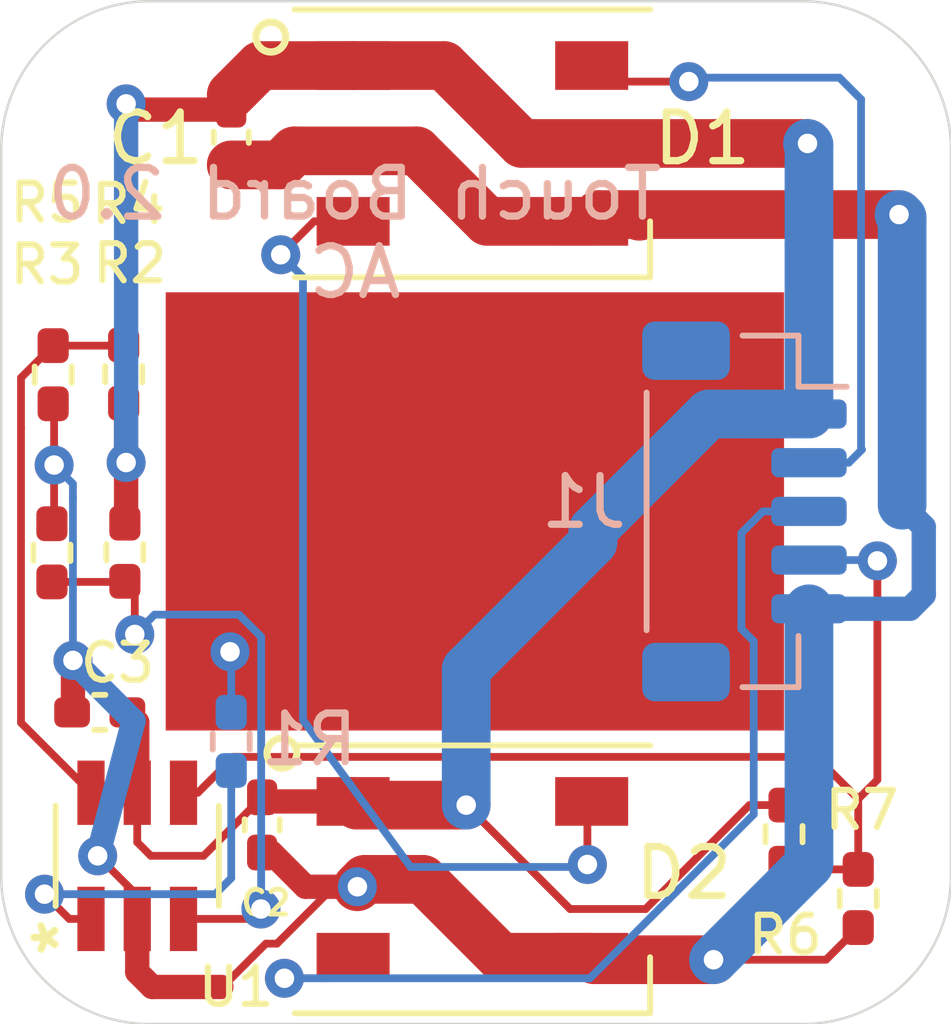
<source format=kicad_pcb>
(kicad_pcb (version 20171130) (host pcbnew 5.1.10-88a1d61d58~90~ubuntu20.04.1)

  (general
    (thickness 1.6)
    (drawings 11)
    (tracks 170)
    (zones 0)
    (modules 15)
    (nets 11)
  )

  (page A4)
  (layers
    (0 F.Cu signal)
    (31 B.Cu signal)
    (32 B.Adhes user)
    (33 F.Adhes user)
    (34 B.Paste user)
    (35 F.Paste user)
    (36 B.SilkS user)
    (37 F.SilkS user)
    (38 B.Mask user)
    (39 F.Mask user)
    (40 Dwgs.User user)
    (41 Cmts.User user)
    (42 Eco1.User user)
    (43 Eco2.User user)
    (44 Edge.Cuts user)
    (45 Margin user)
    (46 B.CrtYd user)
    (47 F.CrtYd user)
    (48 B.Fab user)
    (49 F.Fab user)
  )

  (setup
    (last_trace_width 0.16)
    (user_trace_width 0.16002)
    (user_trace_width 0.5)
    (user_trace_width 1)
    (trace_clearance 0.16)
    (zone_clearance 0.508)
    (zone_45_only no)
    (trace_min 0.16)
    (via_size 0.8)
    (via_drill 0.4)
    (via_min_size 0.4)
    (via_min_drill 0.3)
    (uvia_size 0.3)
    (uvia_drill 0.1)
    (uvias_allowed no)
    (uvia_min_size 0.2)
    (uvia_min_drill 0.1)
    (edge_width 0.05)
    (segment_width 0.2)
    (pcb_text_width 0.3)
    (pcb_text_size 1.5 1.5)
    (mod_edge_width 0.12)
    (mod_text_size 1 1)
    (mod_text_width 0.15)
    (pad_size 12.7 9)
    (pad_drill 0)
    (pad_to_mask_clearance 0.051)
    (solder_mask_min_width 0.25)
    (aux_axis_origin 127.4826 107.1118)
    (grid_origin 127.4826 107.1118)
    (visible_elements 7FFFFF7F)
    (pcbplotparams
      (layerselection 0x010fc_ffffffff)
      (usegerberextensions true)
      (usegerberattributes false)
      (usegerberadvancedattributes false)
      (creategerberjobfile false)
      (excludeedgelayer true)
      (linewidth 0.100000)
      (plotframeref false)
      (viasonmask false)
      (mode 1)
      (useauxorigin false)
      (hpglpennumber 1)
      (hpglpenspeed 20)
      (hpglpendiameter 15.000000)
      (psnegative false)
      (psa4output false)
      (plotreference true)
      (plotvalue true)
      (plotinvisibletext false)
      (padsonsilk false)
      (subtractmaskfromsilk false)
      (outputformat 1)
      (mirror false)
      (drillshape 0)
      (scaleselection 1)
      (outputdirectory "/home/andrew/GitHub/SpaceCenter/Hardware/SpaceCenter_TouchBoard_KiCAD/Fab Files/TouchBoard_Gerbers/"))
  )

  (net 0 "")
  (net 1 +5V)
  (net 2 GND)
  (net 3 DATA_IN)
  (net 4 DATA_OUT)
  (net 5 CAP_TOUCH)
  (net 6 "Net-(D1-Pad2)")
  (net 7 "Net-(J2-Pad1)")
  (net 8 "Net-(R1-Pad1)")
  (net 9 "Net-(R2-Pad1)")
  (net 10 "Net-(R4-Pad1)")

  (net_class Default "This is the default net class."
    (clearance 0.16)
    (trace_width 0.16)
    (via_dia 0.8)
    (via_drill 0.4)
    (uvia_dia 0.3)
    (uvia_drill 0.1)
    (add_net CAP_TOUCH)
    (add_net DATA_IN)
    (add_net DATA_OUT)
    (add_net "Net-(D1-Pad2)")
    (add_net "Net-(J2-Pad1)")
    (add_net "Net-(R1-Pad1)")
    (add_net "Net-(R2-Pad1)")
    (add_net "Net-(R4-Pad1)")
  )

  (net_class Power ""
    (clearance 0.2)
    (trace_width 1)
    (via_dia 0.8)
    (via_drill 0.4)
    (uvia_dia 0.3)
    (uvia_drill 0.1)
    (add_net +5V)
    (add_net GND)
  )

  (module footprints:MTCH101T-I&slash_OT (layer F.Cu) (tedit 612F52FA) (tstamp 612E0348)
    (at 130.2766 103.6574 90)
    (path /612CBEC9)
    (fp_text reference U1 (at -2.6924 2.032 180) (layer F.SilkS)
      (effects (font (size 0.762 0.762) (thickness 0.127)))
    )
    (fp_text value MTCH101T-I_OT (at 0 0 90) (layer F.SilkS) hide
      (effects (font (size 1 1) (thickness 0.15)))
    )
    (fp_line (start -0.9017 -0.696) (end -0.9017 -1.204) (layer F.Fab) (width 0.1))
    (fp_line (start -0.9017 -1.204) (end -1.6002 -1.204) (layer F.Fab) (width 0.1))
    (fp_line (start -1.6002 -1.204) (end -1.6002 -0.696) (layer F.Fab) (width 0.1))
    (fp_line (start -1.6002 -0.696) (end -0.9017 -0.696) (layer F.Fab) (width 0.1))
    (fp_line (start -0.9017 0.254) (end -0.9017 -0.254) (layer F.Fab) (width 0.1))
    (fp_line (start -0.9017 -0.254) (end -1.6002 -0.254) (layer F.Fab) (width 0.1))
    (fp_line (start -1.6002 -0.254) (end -1.6002 0.254) (layer F.Fab) (width 0.1))
    (fp_line (start -1.6002 0.254) (end -0.9017 0.254) (layer F.Fab) (width 0.1))
    (fp_line (start -0.9017 1.204) (end -0.9017 0.696) (layer F.Fab) (width 0.1))
    (fp_line (start -0.9017 0.696) (end -1.6002 0.696) (layer F.Fab) (width 0.1))
    (fp_line (start -1.6002 0.696) (end -1.6002 1.204) (layer F.Fab) (width 0.1))
    (fp_line (start -1.6002 1.204) (end -0.9017 1.204) (layer F.Fab) (width 0.1))
    (fp_line (start 0.9017 0.696) (end 0.9017 1.204) (layer F.Fab) (width 0.1))
    (fp_line (start 0.9017 1.204) (end 1.6002 1.204) (layer F.Fab) (width 0.1))
    (fp_line (start 1.6002 1.204) (end 1.6002 0.696) (layer F.Fab) (width 0.1))
    (fp_line (start 1.6002 0.696) (end 0.9017 0.696) (layer F.Fab) (width 0.1))
    (fp_line (start 0.9017 -0.254) (end 0.9017 0.254) (layer F.Fab) (width 0.1))
    (fp_line (start 0.9017 0.254) (end 1.6002 0.254) (layer F.Fab) (width 0.1))
    (fp_line (start 1.6002 0.254) (end 1.6002 -0.254) (layer F.Fab) (width 0.1))
    (fp_line (start 1.6002 -0.254) (end 0.9017 -0.254) (layer F.Fab) (width 0.1))
    (fp_line (start 0.9017 -1.204) (end 0.9017 -0.696) (layer F.Fab) (width 0.1))
    (fp_line (start 0.9017 -0.696) (end 1.6002 -0.696) (layer F.Fab) (width 0.1))
    (fp_line (start 1.6002 -0.696) (end 1.6002 -1.204) (layer F.Fab) (width 0.1))
    (fp_line (start 1.6002 -1.204) (end 0.9017 -1.204) (layer F.Fab) (width 0.1))
    (fp_line (start -1.0287 1.6764) (end 1.0287 1.6764) (layer F.SilkS) (width 0.12))
    (fp_line (start 1.0287 -1.6764) (end -1.0287 -1.6764) (layer F.SilkS) (width 0.12))
    (fp_line (start -0.9017 1.5494) (end 0.9017 1.5494) (layer F.Fab) (width 0.1))
    (fp_line (start 0.9017 1.5494) (end 0.9017 -1.5494) (layer F.Fab) (width 0.1))
    (fp_line (start 0.9017 -1.5494) (end -0.9017 -1.5494) (layer F.Fab) (width 0.1))
    (fp_line (start -0.9017 -1.5494) (end -0.9017 1.5494) (layer F.Fab) (width 0.1))
    (fp_line (start -2.2098 1.4834) (end -2.2098 -1.4834) (layer F.CrtYd) (width 0.05))
    (fp_line (start -2.2098 -1.4834) (end -1.1557 -1.4834) (layer F.CrtYd) (width 0.05))
    (fp_line (start -1.1557 -1.4834) (end -1.1557 -1.8034) (layer F.CrtYd) (width 0.05))
    (fp_line (start -1.1557 -1.8034) (end 1.1557 -1.8034) (layer F.CrtYd) (width 0.05))
    (fp_line (start 1.1557 -1.8034) (end 1.1557 -1.4834) (layer F.CrtYd) (width 0.05))
    (fp_line (start 1.1557 -1.4834) (end 2.2098 -1.4834) (layer F.CrtYd) (width 0.05))
    (fp_line (start 2.2098 -1.4834) (end 2.2098 1.4834) (layer F.CrtYd) (width 0.05))
    (fp_line (start 2.2098 1.4834) (end 1.1557 1.4834) (layer F.CrtYd) (width 0.05))
    (fp_line (start 1.1557 1.4834) (end 1.1557 1.8034) (layer F.CrtYd) (width 0.05))
    (fp_line (start 1.1557 1.8034) (end -1.1557 1.8034) (layer F.CrtYd) (width 0.05))
    (fp_line (start -1.1557 1.8034) (end -1.1557 1.4834) (layer F.CrtYd) (width 0.05))
    (fp_line (start -1.1557 1.4834) (end -2.2098 1.4834) (layer F.CrtYd) (width 0.05))
    (fp_text user "Copyright 2021 Accelerated Designs. All rights reserved." (at 0 0 90) (layer Cmts.User)
      (effects (font (size 0.127 0.127) (thickness 0.002)))
    )
    (fp_text user * (at -1.6764 -1.5748 90) (layer F.SilkS)
      (effects (font (size 1 1) (thickness 0.15)))
    )
    (fp_text user * (at -0.5207 -1.4732 90) (layer F.Fab)
      (effects (font (size 1 1) (thickness 0.15)))
    )
    (fp_text user 0.037in/0.95mm (at -4.3434 -0.475 90) (layer Dwgs.User) hide
      (effects (font (size 1 1) (thickness 0.15)))
    )
    (fp_text user 0.022in/0.559mm (at 4.3434 -0.95 90) (layer Dwgs.User) hide
      (effects (font (size 1 1) (thickness 0.15)))
    )
    (fp_text user 0.102in/2.591mm (at 0 -3.9624 90) (layer Dwgs.User) hide
      (effects (font (size 1 1) (thickness 0.15)))
    )
    (fp_text user 0.052in/1.321mm (at -1.2954 3.9624 90) (layer Dwgs.User) hide
      (effects (font (size 1 1) (thickness 0.15)))
    )
    (fp_text user * (at -1.6764 -1.5748 90) (layer F.SilkS)
      (effects (font (size 1 1) (thickness 0.15)))
    )
    (fp_text user * (at -0.5207 -1.4732 90) (layer F.Fab)
      (effects (font (size 1 1) (thickness 0.15)))
    )
    (fp_arc (start 0 -1.5494) (end -0.3048 -1.5494) (angle -180) (layer F.Fab) (width 0.1))
    (pad 1 smd rect (at -1.2954 -0.950001 90) (size 1.3208 0.5588) (layers F.Cu F.Paste F.Mask)
      (net 8 "Net-(R1-Pad1)"))
    (pad 2 smd rect (at -1.2954 0 90) (size 1.3208 0.5588) (layers F.Cu F.Paste F.Mask)
      (net 2 GND))
    (pad 3 smd rect (at -1.2954 0.950001 90) (size 1.3208 0.5588) (layers F.Cu F.Paste F.Mask)
      (net 9 "Net-(R2-Pad1)"))
    (pad 4 smd rect (at 1.2954 0.950001 90) (size 1.3208 0.5588) (layers F.Cu F.Paste F.Mask)
      (net 5 CAP_TOUCH))
    (pad 5 smd rect (at 1.2954 0 90) (size 1.3208 0.5588) (layers F.Cu F.Paste F.Mask)
      (net 1 +5V))
    (pad 6 smd rect (at 1.2954 -0.950001 90) (size 1.3208 0.5588) (layers F.Cu F.Paste F.Mask)
      (net 10 "Net-(R4-Pad1)"))
  )

  (module Connector_JST:JST_SH_BM05B-SRSS-TB_1x05-1MP_P1.00mm_Vertical (layer B.Cu) (tedit 608A9280) (tstamp 603E828A)
    (at 142.748 96.5835 270)
    (descr "JST SH series connector, BM05B-SRSS-TB (http://www.jst-mfg.com/product/pdf/eng/eSH.pdf), generated with kicad-footprint-generator")
    (tags "connector JST SH side entry")
    (path /5F2811C8)
    (attr smd)
    (fp_text reference J1 (at -0.1905 3.3 180) (layer B.SilkS)
      (effects (font (size 1 1) (thickness 0.15)) (justify mirror))
    )
    (fp_text value Conn_01x05_Male (at 0 -3.3 270) (layer B.Fab) hide
      (effects (font (size 1 1) (thickness 0.15)) (justify mirror))
    )
    (fp_line (start -3.5 -1) (end 3.5 -1) (layer B.Fab) (width 0.1))
    (fp_line (start -3.61 0.04) (end -3.61 -1.11) (layer B.SilkS) (width 0.12))
    (fp_line (start -3.61 -1.11) (end -2.56 -1.11) (layer B.SilkS) (width 0.12))
    (fp_line (start -2.56 -1.11) (end -2.56 -2.1) (layer B.SilkS) (width 0.12))
    (fp_line (start 3.61 0.04) (end 3.61 -1.11) (layer B.SilkS) (width 0.12))
    (fp_line (start 3.61 -1.11) (end 2.56 -1.11) (layer B.SilkS) (width 0.12))
    (fp_line (start -2.44 2.01) (end 2.44 2.01) (layer B.SilkS) (width 0.12))
    (fp_line (start -3.5 1.9) (end 3.5 1.9) (layer B.Fab) (width 0.1))
    (fp_line (start -3.5 -1) (end -3.5 1.9) (layer B.Fab) (width 0.1))
    (fp_line (start 3.5 -1) (end 3.5 1.9) (layer B.Fab) (width 0.1))
    (fp_line (start -2.15 1.55) (end -2.15 0.95) (layer B.Fab) (width 0.1))
    (fp_line (start -2.15 0.95) (end -1.85 0.95) (layer B.Fab) (width 0.1))
    (fp_line (start -1.85 0.95) (end -1.85 1.55) (layer B.Fab) (width 0.1))
    (fp_line (start -1.85 1.55) (end -2.15 1.55) (layer B.Fab) (width 0.1))
    (fp_line (start -1.15 1.55) (end -1.15 0.95) (layer B.Fab) (width 0.1))
    (fp_line (start -1.15 0.95) (end -0.85 0.95) (layer B.Fab) (width 0.1))
    (fp_line (start -0.85 0.95) (end -0.85 1.55) (layer B.Fab) (width 0.1))
    (fp_line (start -0.85 1.55) (end -1.15 1.55) (layer B.Fab) (width 0.1))
    (fp_line (start -0.15 1.55) (end -0.15 0.95) (layer B.Fab) (width 0.1))
    (fp_line (start -0.15 0.95) (end 0.15 0.95) (layer B.Fab) (width 0.1))
    (fp_line (start 0.15 0.95) (end 0.15 1.55) (layer B.Fab) (width 0.1))
    (fp_line (start 0.15 1.55) (end -0.15 1.55) (layer B.Fab) (width 0.1))
    (fp_line (start 0.85 1.55) (end 0.85 0.95) (layer B.Fab) (width 0.1))
    (fp_line (start 0.85 0.95) (end 1.15 0.95) (layer B.Fab) (width 0.1))
    (fp_line (start 1.15 0.95) (end 1.15 1.55) (layer B.Fab) (width 0.1))
    (fp_line (start 1.15 1.55) (end 0.85 1.55) (layer B.Fab) (width 0.1))
    (fp_line (start 1.85 1.55) (end 1.85 0.95) (layer B.Fab) (width 0.1))
    (fp_line (start 1.85 0.95) (end 2.15 0.95) (layer B.Fab) (width 0.1))
    (fp_line (start 2.15 0.95) (end 2.15 1.55) (layer B.Fab) (width 0.1))
    (fp_line (start 2.15 1.55) (end 1.85 1.55) (layer B.Fab) (width 0.1))
    (fp_line (start -4.4 2.6) (end -4.4 -2.6) (layer B.CrtYd) (width 0.05))
    (fp_line (start -4.4 -2.6) (end 4.4 -2.6) (layer B.CrtYd) (width 0.05))
    (fp_line (start 4.4 -2.6) (end 4.4 2.6) (layer B.CrtYd) (width 0.05))
    (fp_line (start 4.4 2.6) (end -4.4 2.6) (layer B.CrtYd) (width 0.05))
    (fp_line (start -2.5 -1) (end -2 -0.292893) (layer B.Fab) (width 0.1))
    (fp_line (start -2 -0.292893) (end -1.5 -1) (layer B.Fab) (width 0.1))
    (fp_text user %R (at 0 0.25 270) (layer B.Fab)
      (effects (font (size 1 1) (thickness 0.15)) (justify mirror))
    )
    (pad 1 smd roundrect (at -2 -1.325 270) (size 0.6 1.55) (layers B.Cu B.Mask) (roundrect_rratio 0.25)
      (net 1 +5V))
    (pad 2 smd roundrect (at -1 -1.325 270) (size 0.6 1.55) (layers B.Cu B.Mask) (roundrect_rratio 0.25)
      (net 3 DATA_IN))
    (pad 3 smd roundrect (at 0 -1.325 270) (size 0.6 1.55) (layers B.Cu B.Mask) (roundrect_rratio 0.25)
      (net 4 DATA_OUT))
    (pad 4 smd roundrect (at 1 -1.325 270) (size 0.6 1.55) (layers B.Cu B.Mask) (roundrect_rratio 0.25)
      (net 5 CAP_TOUCH))
    (pad 5 smd roundrect (at 2 -1.325 270) (size 0.6 1.55) (layers B.Cu B.Mask) (roundrect_rratio 0.25)
      (net 2 GND))
    (pad MP smd roundrect (at -3.3 1.2 270) (size 1.2 1.8) (layers B.Cu B.Paste B.Mask) (roundrect_rratio 0.2083325))
    (pad MP smd roundrect (at 3.3 1.2 270) (size 1.2 1.8) (layers B.Cu B.Mask) (roundrect_rratio 0.208))
    (model /home/andrew/Downloads/BM05B-SRSS-TB-LF--SN---3DModel-STEP-56544.STEP
      (at (xyz 0 0 0))
      (scale (xyz 1 1 1))
      (rotate (xyz -90 0 0))
    )
  )

  (module Connector_Wire:SolderWirePad_1x01_SMD_5x10mm (layer F.Cu) (tedit 612DFFDE) (tstamp 5F2A2456)
    (at 136.0805 96.647)
    (descr "Wire Pad, Square, SMD Pad,  5mm x 10mm,")
    (tags "MesurementPoint Square SMDPad 5mmx10mm ")
    (path /5F292CA3)
    (attr smd virtual)
    (fp_text reference J2 (at 0 -3.81) (layer F.SilkS) hide
      (effects (font (size 1 1) (thickness 0.15)))
    )
    (fp_text value TOUCH_SENSOR (at 0 6.35) (layer F.Fab) hide
      (effects (font (size 1 1) (thickness 0.15)))
    )
    (fp_text user %R (at 0 0) (layer F.Fab)
      (effects (font (size 1 1) (thickness 0.15)))
    )
    (pad 1 smd rect (at 1.1303 -0.0635) (size 12.7 9) (layers F.Cu F.Mask)
      (net 7 "Net-(J2-Pad1)"))
  )

  (module LED_SMD:LED_WS2812B_PLCC4_5.0x5.0mm_P3.2mm (layer F.Cu) (tedit 5AA4B285) (tstamp 612E0267)
    (at 137.16 89.027)
    (descr https://cdn-shop.adafruit.com/datasheets/WS2812B.pdf)
    (tags "LED RGB NeoPixel")
    (path /6133369C)
    (attr smd)
    (fp_text reference D1 (at 4.7244 -0.1016) (layer F.SilkS)
      (effects (font (size 1 1) (thickness 0.15)))
    )
    (fp_text value WS2812B (at 0 4) (layer F.Fab)
      (effects (font (size 1 1) (thickness 0.15)))
    )
    (fp_line (start 3.45 -2.75) (end -3.45 -2.75) (layer F.CrtYd) (width 0.05))
    (fp_line (start 3.45 2.75) (end 3.45 -2.75) (layer F.CrtYd) (width 0.05))
    (fp_line (start -3.45 2.75) (end 3.45 2.75) (layer F.CrtYd) (width 0.05))
    (fp_line (start -3.45 -2.75) (end -3.45 2.75) (layer F.CrtYd) (width 0.05))
    (fp_line (start 2.5 1.5) (end 1.5 2.5) (layer F.Fab) (width 0.1))
    (fp_line (start -2.5 -2.5) (end -2.5 2.5) (layer F.Fab) (width 0.1))
    (fp_line (start -2.5 2.5) (end 2.5 2.5) (layer F.Fab) (width 0.1))
    (fp_line (start 2.5 2.5) (end 2.5 -2.5) (layer F.Fab) (width 0.1))
    (fp_line (start 2.5 -2.5) (end -2.5 -2.5) (layer F.Fab) (width 0.1))
    (fp_line (start -3.65 -2.75) (end 3.65 -2.75) (layer F.SilkS) (width 0.12))
    (fp_line (start -3.65 2.75) (end 3.65 2.75) (layer F.SilkS) (width 0.12))
    (fp_line (start 3.65 2.75) (end 3.65 1.6) (layer F.SilkS) (width 0.12))
    (fp_circle (center 0 0) (end 0 -2) (layer F.Fab) (width 0.1))
    (fp_text user 1 (at -4.15 -1.6) (layer F.SilkS) hide
      (effects (font (size 1 1) (thickness 0.15)))
    )
    (fp_text user %R (at 0 0) (layer F.Fab)
      (effects (font (size 0.8 0.8) (thickness 0.15)))
    )
    (pad 3 smd rect (at 2.45 1.6) (size 1.5 1) (layers F.Cu F.Paste F.Mask)
      (net 2 GND))
    (pad 4 smd rect (at 2.45 -1.6) (size 1.5 1) (layers F.Cu F.Paste F.Mask)
      (net 3 DATA_IN))
    (pad 2 smd rect (at -2.45 1.6) (size 1.5 1) (layers F.Cu F.Paste F.Mask)
      (net 6 "Net-(D1-Pad2)"))
    (pad 1 smd rect (at -2.45 -1.6) (size 1.5 1) (layers F.Cu F.Paste F.Mask)
      (net 1 +5V))
    (model ${KISYS3DMOD}/LED_SMD.3dshapes/LED_WS2812B_PLCC4_5.0x5.0mm_P3.2mm.wrl
      (at (xyz 0 0 0))
      (scale (xyz 1 1 1))
      (rotate (xyz 0 0 0))
    )
  )

  (module LED_SMD:LED_WS2812B_PLCC4_5.0x5.0mm_P3.2mm (layer F.Cu) (tedit 5AA4B285) (tstamp 612E027D)
    (at 137.16 104.14)
    (descr https://cdn-shop.adafruit.com/datasheets/WS2812B.pdf)
    (tags "LED RGB NeoPixel")
    (path /61338C92)
    (attr smd)
    (fp_text reference D2 (at 4.3434 -0.127) (layer F.SilkS)
      (effects (font (size 1 1) (thickness 0.15)))
    )
    (fp_text value WS2812B (at 0 4) (layer F.Fab) hide
      (effects (font (size 1 1) (thickness 0.15)))
    )
    (fp_circle (center 0 0) (end 0 -2) (layer F.Fab) (width 0.1))
    (fp_line (start 3.65 2.75) (end 3.65 1.6) (layer F.SilkS) (width 0.12))
    (fp_line (start -3.65 2.75) (end 3.65 2.75) (layer F.SilkS) (width 0.12))
    (fp_line (start -3.65 -2.75) (end 3.65 -2.75) (layer F.SilkS) (width 0.12))
    (fp_line (start 2.5 -2.5) (end -2.5 -2.5) (layer F.Fab) (width 0.1))
    (fp_line (start 2.5 2.5) (end 2.5 -2.5) (layer F.Fab) (width 0.1))
    (fp_line (start -2.5 2.5) (end 2.5 2.5) (layer F.Fab) (width 0.1))
    (fp_line (start -2.5 -2.5) (end -2.5 2.5) (layer F.Fab) (width 0.1))
    (fp_line (start 2.5 1.5) (end 1.5 2.5) (layer F.Fab) (width 0.1))
    (fp_line (start -3.45 -2.75) (end -3.45 2.75) (layer F.CrtYd) (width 0.05))
    (fp_line (start -3.45 2.75) (end 3.45 2.75) (layer F.CrtYd) (width 0.05))
    (fp_line (start 3.45 2.75) (end 3.45 -2.75) (layer F.CrtYd) (width 0.05))
    (fp_line (start 3.45 -2.75) (end -3.45 -2.75) (layer F.CrtYd) (width 0.05))
    (fp_text user %R (at 0 0) (layer F.Fab)
      (effects (font (size 0.8 0.8) (thickness 0.15)))
    )
    (fp_text user 1 (at -4.15 -1.6) (layer F.SilkS) hide
      (effects (font (size 1 1) (thickness 0.15)))
    )
    (pad 1 smd rect (at -2.45 -1.6) (size 1.5 1) (layers F.Cu F.Paste F.Mask)
      (net 1 +5V))
    (pad 2 smd rect (at -2.45 1.6) (size 1.5 1) (layers F.Cu F.Paste F.Mask)
      (net 4 DATA_OUT))
    (pad 4 smd rect (at 2.45 -1.6) (size 1.5 1) (layers F.Cu F.Paste F.Mask)
      (net 6 "Net-(D1-Pad2)"))
    (pad 3 smd rect (at 2.45 1.6) (size 1.5 1) (layers F.Cu F.Paste F.Mask)
      (net 2 GND))
    (model ${KISYS3DMOD}/LED_SMD.3dshapes/LED_WS2812B_PLCC4_5.0x5.0mm_P3.2mm.wrl
      (at (xyz 0 0 0))
      (scale (xyz 1 1 1))
      (rotate (xyz 0 0 0))
    )
  )

  (module Capacitor_SMD:C_0402_1005Metric_Pad0.74x0.62mm_HandSolder (layer F.Cu) (tedit 5F6BB22C) (tstamp 612E0687)
    (at 132.207 88.9 270)
    (descr "Capacitor SMD 0402 (1005 Metric), square (rectangular) end terminal, IPC_7351 nominal with elongated pad for handsoldering. (Body size source: IPC-SM-782 page 76, https://www.pcb-3d.com/wordpress/wp-content/uploads/ipc-sm-782a_amendment_1_and_2.pdf), generated with kicad-footprint-generator")
    (tags "capacitor handsolder")
    (path /5F288493)
    (attr smd)
    (fp_text reference C1 (at 0.0254 1.5494 180) (layer F.SilkS)
      (effects (font (size 1 1) (thickness 0.15)))
    )
    (fp_text value 0.1u (at 0 1.16 90) (layer F.Fab) hide
      (effects (font (size 1 1) (thickness 0.15)))
    )
    (fp_line (start -0.5 0.25) (end -0.5 -0.25) (layer F.Fab) (width 0.1))
    (fp_line (start -0.5 -0.25) (end 0.5 -0.25) (layer F.Fab) (width 0.1))
    (fp_line (start 0.5 -0.25) (end 0.5 0.25) (layer F.Fab) (width 0.1))
    (fp_line (start 0.5 0.25) (end -0.5 0.25) (layer F.Fab) (width 0.1))
    (fp_line (start -0.115835 -0.36) (end 0.115835 -0.36) (layer F.SilkS) (width 0.12))
    (fp_line (start -0.115835 0.36) (end 0.115835 0.36) (layer F.SilkS) (width 0.12))
    (fp_line (start -1.08 0.46) (end -1.08 -0.46) (layer F.CrtYd) (width 0.05))
    (fp_line (start -1.08 -0.46) (end 1.08 -0.46) (layer F.CrtYd) (width 0.05))
    (fp_line (start 1.08 -0.46) (end 1.08 0.46) (layer F.CrtYd) (width 0.05))
    (fp_line (start 1.08 0.46) (end -1.08 0.46) (layer F.CrtYd) (width 0.05))
    (fp_text user %R (at 0 0 90) (layer F.Fab)
      (effects (font (size 0.25 0.25) (thickness 0.04)))
    )
    (pad 1 smd roundrect (at -0.5675 0 270) (size 0.735 0.62) (layers F.Cu F.Paste F.Mask) (roundrect_rratio 0.25)
      (net 1 +5V))
    (pad 2 smd roundrect (at 0.5675 0 270) (size 0.735 0.62) (layers F.Cu F.Paste F.Mask) (roundrect_rratio 0.25)
      (net 2 GND))
    (model ${KISYS3DMOD}/Capacitor_SMD.3dshapes/C_0402_1005Metric.wrl
      (at (xyz 0 0 0))
      (scale (xyz 1 1 1))
      (rotate (xyz 0 0 0))
    )
  )

  (module Capacitor_SMD:C_0402_1005Metric_Pad0.74x0.62mm_HandSolder (layer F.Cu) (tedit 5F6BB22C) (tstamp 612E0697)
    (at 132.842 103.0224 270)
    (descr "Capacitor SMD 0402 (1005 Metric), square (rectangular) end terminal, IPC_7351 nominal with elongated pad for handsoldering. (Body size source: IPC-SM-782 page 76, https://www.pcb-3d.com/wordpress/wp-content/uploads/ipc-sm-782a_amendment_1_and_2.pdf), generated with kicad-footprint-generator")
    (tags "capacitor handsolder")
    (path /5F2985E9)
    (attr smd)
    (fp_text reference C2 (at 1.6002 -0.0762 180) (layer F.SilkS)
      (effects (font (size 0.508 0.508) (thickness 0.1016)))
    )
    (fp_text value 0.1u (at 0 1.16 90) (layer F.Fab) hide
      (effects (font (size 1 1) (thickness 0.15)))
    )
    (fp_line (start 1.08 0.46) (end -1.08 0.46) (layer F.CrtYd) (width 0.05))
    (fp_line (start 1.08 -0.46) (end 1.08 0.46) (layer F.CrtYd) (width 0.05))
    (fp_line (start -1.08 -0.46) (end 1.08 -0.46) (layer F.CrtYd) (width 0.05))
    (fp_line (start -1.08 0.46) (end -1.08 -0.46) (layer F.CrtYd) (width 0.05))
    (fp_line (start -0.115835 0.36) (end 0.115835 0.36) (layer F.SilkS) (width 0.12))
    (fp_line (start -0.115835 -0.36) (end 0.115835 -0.36) (layer F.SilkS) (width 0.12))
    (fp_line (start 0.5 0.25) (end -0.5 0.25) (layer F.Fab) (width 0.1))
    (fp_line (start 0.5 -0.25) (end 0.5 0.25) (layer F.Fab) (width 0.1))
    (fp_line (start -0.5 -0.25) (end 0.5 -0.25) (layer F.Fab) (width 0.1))
    (fp_line (start -0.5 0.25) (end -0.5 -0.25) (layer F.Fab) (width 0.1))
    (fp_text user %R (at 0 0 90) (layer F.Fab)
      (effects (font (size 0.25 0.25) (thickness 0.04)))
    )
    (pad 2 smd roundrect (at 0.5675 0 270) (size 0.735 0.62) (layers F.Cu F.Paste F.Mask) (roundrect_rratio 0.25)
      (net 2 GND))
    (pad 1 smd roundrect (at -0.5675 0 270) (size 0.735 0.62) (layers F.Cu F.Paste F.Mask) (roundrect_rratio 0.25)
      (net 1 +5V))
    (model ${KISYS3DMOD}/Capacitor_SMD.3dshapes/C_0402_1005Metric.wrl
      (at (xyz 0 0 0))
      (scale (xyz 1 1 1))
      (rotate (xyz 0 0 0))
    )
  )

  (module Capacitor_SMD:C_0402_1005Metric_Pad0.74x0.62mm_HandSolder (layer F.Cu) (tedit 5F6BB22C) (tstamp 612E06B7)
    (at 129.5059 100.711 180)
    (descr "Capacitor SMD 0402 (1005 Metric), square (rectangular) end terminal, IPC_7351 nominal with elongated pad for handsoldering. (Body size source: IPC-SM-782 page 76, https://www.pcb-3d.com/wordpress/wp-content/uploads/ipc-sm-782a_amendment_1_and_2.pdf), generated with kicad-footprint-generator")
    (tags "capacitor handsolder")
    (path /613077A3)
    (attr smd)
    (fp_text reference C3 (at -0.3643 1.016) (layer F.SilkS)
      (effects (font (size 0.762 0.762) (thickness 0.127)))
    )
    (fp_text value 0.1u (at 0 1.16) (layer F.Fab) hide
      (effects (font (size 1 1) (thickness 0.15)))
    )
    (fp_line (start -0.5 0.25) (end -0.5 -0.25) (layer F.Fab) (width 0.1))
    (fp_line (start -0.5 -0.25) (end 0.5 -0.25) (layer F.Fab) (width 0.1))
    (fp_line (start 0.5 -0.25) (end 0.5 0.25) (layer F.Fab) (width 0.1))
    (fp_line (start 0.5 0.25) (end -0.5 0.25) (layer F.Fab) (width 0.1))
    (fp_line (start -0.115835 -0.36) (end 0.115835 -0.36) (layer F.SilkS) (width 0.12))
    (fp_line (start -0.115835 0.36) (end 0.115835 0.36) (layer F.SilkS) (width 0.12))
    (fp_line (start -1.08 0.46) (end -1.08 -0.46) (layer F.CrtYd) (width 0.05))
    (fp_line (start -1.08 -0.46) (end 1.08 -0.46) (layer F.CrtYd) (width 0.05))
    (fp_line (start 1.08 -0.46) (end 1.08 0.46) (layer F.CrtYd) (width 0.05))
    (fp_line (start 1.08 0.46) (end -1.08 0.46) (layer F.CrtYd) (width 0.05))
    (fp_text user %R (at 0 0) (layer F.Fab)
      (effects (font (size 0.25 0.25) (thickness 0.04)))
    )
    (pad 1 smd roundrect (at -0.5675 0 180) (size 0.735 0.62) (layers F.Cu F.Paste F.Mask) (roundrect_rratio 0.25)
      (net 1 +5V))
    (pad 2 smd roundrect (at 0.5675 0 180) (size 0.735 0.62) (layers F.Cu F.Paste F.Mask) (roundrect_rratio 0.25)
      (net 2 GND))
    (model ${KISYS3DMOD}/Capacitor_SMD.3dshapes/C_0402_1005Metric.wrl
      (at (xyz 0 0 0))
      (scale (xyz 1 1 1))
      (rotate (xyz 0 0 0))
    )
  )

  (module Resistor_SMD:R_0402_1005Metric_Pad0.72x0.64mm_HandSolder (layer B.Cu) (tedit 5F6BB9E0) (tstamp 612E06B8)
    (at 132.207 101.3073 90)
    (descr "Resistor SMD 0402 (1005 Metric), square (rectangular) end terminal, IPC_7351 nominal with elongated pad for handsoldering. (Body size source: IPC-SM-782 page 72, https://www.pcb-3d.com/wordpress/wp-content/uploads/ipc-sm-782a_amendment_1_and_2.pdf), generated with kicad-footprint-generator")
    (tags "resistor handsolder")
    (path /612D805C)
    (attr smd)
    (fp_text reference R1 (at 0.0375 1.6002 180) (layer B.SilkS)
      (effects (font (size 1 1) (thickness 0.15)) (justify mirror))
    )
    (fp_text value 4.7k (at 0 -1.17 90) (layer B.Fab) hide
      (effects (font (size 1 1) (thickness 0.15)) (justify mirror))
    )
    (fp_line (start -0.525 -0.27) (end -0.525 0.27) (layer B.Fab) (width 0.1))
    (fp_line (start -0.525 0.27) (end 0.525 0.27) (layer B.Fab) (width 0.1))
    (fp_line (start 0.525 0.27) (end 0.525 -0.27) (layer B.Fab) (width 0.1))
    (fp_line (start 0.525 -0.27) (end -0.525 -0.27) (layer B.Fab) (width 0.1))
    (fp_line (start -0.167621 0.38) (end 0.167621 0.38) (layer B.SilkS) (width 0.12))
    (fp_line (start -0.167621 -0.38) (end 0.167621 -0.38) (layer B.SilkS) (width 0.12))
    (fp_line (start -1.1 -0.47) (end -1.1 0.47) (layer B.CrtYd) (width 0.05))
    (fp_line (start -1.1 0.47) (end 1.1 0.47) (layer B.CrtYd) (width 0.05))
    (fp_line (start 1.1 0.47) (end 1.1 -0.47) (layer B.CrtYd) (width 0.05))
    (fp_line (start 1.1 -0.47) (end -1.1 -0.47) (layer B.CrtYd) (width 0.05))
    (fp_text user %R (at 0 0 90) (layer B.Fab)
      (effects (font (size 0.26 0.26) (thickness 0.04)) (justify mirror))
    )
    (pad 1 smd roundrect (at -0.5975 0 90) (size 0.715 0.64) (layers B.Cu B.Paste B.Mask) (roundrect_rratio 0.25)
      (net 8 "Net-(R1-Pad1)"))
    (pad 2 smd roundrect (at 0.5975 0 90) (size 0.715 0.64) (layers B.Cu B.Paste B.Mask) (roundrect_rratio 0.25)
      (net 7 "Net-(J2-Pad1)"))
    (model ${KISYS3DMOD}/Resistor_SMD.3dshapes/R_0402_1005Metric.wrl
      (at (xyz 0 0 0))
      (scale (xyz 1 1 1))
      (rotate (xyz 0 0 0))
    )
  )

  (module Resistor_SMD:R_0402_1005Metric_Pad0.72x0.64mm_HandSolder (layer F.Cu) (tedit 5F6BB9E0) (tstamp 612E06C8)
    (at 130.0226 97.4223 90)
    (descr "Resistor SMD 0402 (1005 Metric), square (rectangular) end terminal, IPC_7351 nominal with elongated pad for handsoldering. (Body size source: IPC-SM-782 page 72, https://www.pcb-3d.com/wordpress/wp-content/uploads/ipc-sm-782a_amendment_1_and_2.pdf), generated with kicad-footprint-generator")
    (tags "resistor handsolder")
    (path /612E7F41)
    (attr smd)
    (fp_text reference R2 (at 5.9315 0.1016 180) (layer F.SilkS)
      (effects (font (size 0.762 0.762) (thickness 0.127)))
    )
    (fp_text value 200k (at 0 1.17 90) (layer F.Fab) hide
      (effects (font (size 1 1) (thickness 0.15)))
    )
    (fp_line (start 1.1 0.47) (end -1.1 0.47) (layer F.CrtYd) (width 0.05))
    (fp_line (start 1.1 -0.47) (end 1.1 0.47) (layer F.CrtYd) (width 0.05))
    (fp_line (start -1.1 -0.47) (end 1.1 -0.47) (layer F.CrtYd) (width 0.05))
    (fp_line (start -1.1 0.47) (end -1.1 -0.47) (layer F.CrtYd) (width 0.05))
    (fp_line (start -0.167621 0.38) (end 0.167621 0.38) (layer F.SilkS) (width 0.12))
    (fp_line (start -0.167621 -0.38) (end 0.167621 -0.38) (layer F.SilkS) (width 0.12))
    (fp_line (start 0.525 0.27) (end -0.525 0.27) (layer F.Fab) (width 0.1))
    (fp_line (start 0.525 -0.27) (end 0.525 0.27) (layer F.Fab) (width 0.1))
    (fp_line (start -0.525 -0.27) (end 0.525 -0.27) (layer F.Fab) (width 0.1))
    (fp_line (start -0.525 0.27) (end -0.525 -0.27) (layer F.Fab) (width 0.1))
    (fp_text user %R (at 0 0 90) (layer F.Fab)
      (effects (font (size 0.26 0.26) (thickness 0.04)))
    )
    (pad 2 smd roundrect (at 0.5975 0 90) (size 0.715 0.64) (layers F.Cu F.Paste F.Mask) (roundrect_rratio 0.25)
      (net 1 +5V))
    (pad 1 smd roundrect (at -0.5975 0 90) (size 0.715 0.64) (layers F.Cu F.Paste F.Mask) (roundrect_rratio 0.25)
      (net 9 "Net-(R2-Pad1)"))
    (model ${KISYS3DMOD}/Resistor_SMD.3dshapes/R_0402_1005Metric.wrl
      (at (xyz 0 0 0))
      (scale (xyz 1 1 1))
      (rotate (xyz 0 0 0))
    )
  )

  (module Resistor_SMD:R_0402_1005Metric_Pad0.72x0.64mm_HandSolder (layer F.Cu) (tedit 5F6BB9E0) (tstamp 612E06D8)
    (at 128.524 97.4344 270)
    (descr "Resistor SMD 0402 (1005 Metric), square (rectangular) end terminal, IPC_7351 nominal with elongated pad for handsoldering. (Body size source: IPC-SM-782 page 72, https://www.pcb-3d.com/wordpress/wp-content/uploads/ipc-sm-782a_amendment_1_and_2.pdf), generated with kicad-footprint-generator")
    (tags "resistor handsolder")
    (path /612E78E7)
    (attr smd)
    (fp_text reference R3 (at -5.9182 0.1016 180) (layer F.SilkS)
      (effects (font (size 0.762 0.762) (thickness 0.127)))
    )
    (fp_text value 100k (at 0 1.17 90) (layer F.Fab) hide
      (effects (font (size 1 1) (thickness 0.15)))
    )
    (fp_line (start -0.525 0.27) (end -0.525 -0.27) (layer F.Fab) (width 0.1))
    (fp_line (start -0.525 -0.27) (end 0.525 -0.27) (layer F.Fab) (width 0.1))
    (fp_line (start 0.525 -0.27) (end 0.525 0.27) (layer F.Fab) (width 0.1))
    (fp_line (start 0.525 0.27) (end -0.525 0.27) (layer F.Fab) (width 0.1))
    (fp_line (start -0.167621 -0.38) (end 0.167621 -0.38) (layer F.SilkS) (width 0.12))
    (fp_line (start -0.167621 0.38) (end 0.167621 0.38) (layer F.SilkS) (width 0.12))
    (fp_line (start -1.1 0.47) (end -1.1 -0.47) (layer F.CrtYd) (width 0.05))
    (fp_line (start -1.1 -0.47) (end 1.1 -0.47) (layer F.CrtYd) (width 0.05))
    (fp_line (start 1.1 -0.47) (end 1.1 0.47) (layer F.CrtYd) (width 0.05))
    (fp_line (start 1.1 0.47) (end -1.1 0.47) (layer F.CrtYd) (width 0.05))
    (fp_text user %R (at 0 0 90) (layer F.Fab)
      (effects (font (size 0.26 0.26) (thickness 0.04)))
    )
    (pad 1 smd roundrect (at -0.5975 0 270) (size 0.715 0.64) (layers F.Cu F.Paste F.Mask) (roundrect_rratio 0.25)
      (net 2 GND))
    (pad 2 smd roundrect (at 0.5975 0 270) (size 0.715 0.64) (layers F.Cu F.Paste F.Mask) (roundrect_rratio 0.25)
      (net 9 "Net-(R2-Pad1)"))
    (model ${KISYS3DMOD}/Resistor_SMD.3dshapes/R_0402_1005Metric.wrl
      (at (xyz 0 0 0))
      (scale (xyz 1 1 1))
      (rotate (xyz 0 0 0))
    )
  )

  (module Resistor_SMD:R_0402_1005Metric_Pad0.72x0.64mm_HandSolder (layer F.Cu) (tedit 5F6BB9E0) (tstamp 612E06E8)
    (at 129.9972 93.7647 270)
    (descr "Resistor SMD 0402 (1005 Metric), square (rectangular) end terminal, IPC_7351 nominal with elongated pad for handsoldering. (Body size source: IPC-SM-782 page 72, https://www.pcb-3d.com/wordpress/wp-content/uploads/ipc-sm-782a_amendment_1_and_2.pdf), generated with kicad-footprint-generator")
    (tags "resistor handsolder")
    (path /6130C79C)
    (attr smd)
    (fp_text reference R4 (at -3.4931 -0.1016 180) (layer F.SilkS)
      (effects (font (size 0.762 0.762) (thickness 0.127)))
    )
    (fp_text value 4.7k (at 0 1.17 90) (layer F.Fab) hide
      (effects (font (size 1 1) (thickness 0.15)))
    )
    (fp_line (start -0.525 0.27) (end -0.525 -0.27) (layer F.Fab) (width 0.1))
    (fp_line (start -0.525 -0.27) (end 0.525 -0.27) (layer F.Fab) (width 0.1))
    (fp_line (start 0.525 -0.27) (end 0.525 0.27) (layer F.Fab) (width 0.1))
    (fp_line (start 0.525 0.27) (end -0.525 0.27) (layer F.Fab) (width 0.1))
    (fp_line (start -0.167621 -0.38) (end 0.167621 -0.38) (layer F.SilkS) (width 0.12))
    (fp_line (start -0.167621 0.38) (end 0.167621 0.38) (layer F.SilkS) (width 0.12))
    (fp_line (start -1.1 0.47) (end -1.1 -0.47) (layer F.CrtYd) (width 0.05))
    (fp_line (start -1.1 -0.47) (end 1.1 -0.47) (layer F.CrtYd) (width 0.05))
    (fp_line (start 1.1 -0.47) (end 1.1 0.47) (layer F.CrtYd) (width 0.05))
    (fp_line (start 1.1 0.47) (end -1.1 0.47) (layer F.CrtYd) (width 0.05))
    (fp_text user %R (at 0 0 90) (layer F.Fab)
      (effects (font (size 0.26 0.26) (thickness 0.04)))
    )
    (pad 1 smd roundrect (at -0.5975 0 270) (size 0.715 0.64) (layers F.Cu F.Paste F.Mask) (roundrect_rratio 0.25)
      (net 10 "Net-(R4-Pad1)"))
    (pad 2 smd roundrect (at 0.5975 0 270) (size 0.715 0.64) (layers F.Cu F.Paste F.Mask) (roundrect_rratio 0.25)
      (net 1 +5V))
    (model ${KISYS3DMOD}/Resistor_SMD.3dshapes/R_0402_1005Metric.wrl
      (at (xyz 0 0 0))
      (scale (xyz 1 1 1))
      (rotate (xyz 0 0 0))
    )
  )

  (module Resistor_SMD:R_0402_1005Metric_Pad0.72x0.64mm_HandSolder (layer F.Cu) (tedit 5F6BB9E0) (tstamp 612E06F8)
    (at 128.5494 93.7768 90)
    (descr "Resistor SMD 0402 (1005 Metric), square (rectangular) end terminal, IPC_7351 nominal with elongated pad for handsoldering. (Body size source: IPC-SM-782 page 72, https://www.pcb-3d.com/wordpress/wp-content/uploads/ipc-sm-782a_amendment_1_and_2.pdf), generated with kicad-footprint-generator")
    (tags "resistor handsolder")
    (path /6131D43E)
    (attr smd)
    (fp_text reference R5 (at 3.5306 -0.127 180) (layer F.SilkS)
      (effects (font (size 0.762 0.762) (thickness 0.127)))
    )
    (fp_text value DNP (at 0 1.17 90) (layer F.Fab) hide
      (effects (font (size 1 1) (thickness 0.15)))
    )
    (fp_line (start 1.1 0.47) (end -1.1 0.47) (layer F.CrtYd) (width 0.05))
    (fp_line (start 1.1 -0.47) (end 1.1 0.47) (layer F.CrtYd) (width 0.05))
    (fp_line (start -1.1 -0.47) (end 1.1 -0.47) (layer F.CrtYd) (width 0.05))
    (fp_line (start -1.1 0.47) (end -1.1 -0.47) (layer F.CrtYd) (width 0.05))
    (fp_line (start -0.167621 0.38) (end 0.167621 0.38) (layer F.SilkS) (width 0.12))
    (fp_line (start -0.167621 -0.38) (end 0.167621 -0.38) (layer F.SilkS) (width 0.12))
    (fp_line (start 0.525 0.27) (end -0.525 0.27) (layer F.Fab) (width 0.1))
    (fp_line (start 0.525 -0.27) (end 0.525 0.27) (layer F.Fab) (width 0.1))
    (fp_line (start -0.525 -0.27) (end 0.525 -0.27) (layer F.Fab) (width 0.1))
    (fp_line (start -0.525 0.27) (end -0.525 -0.27) (layer F.Fab) (width 0.1))
    (fp_text user %R (at 0 0 90) (layer F.Fab)
      (effects (font (size 0.26 0.26) (thickness 0.04)))
    )
    (pad 2 smd roundrect (at 0.5975 0 90) (size 0.715 0.64) (layers F.Cu F.Paste F.Mask) (roundrect_rratio 0.25)
      (net 10 "Net-(R4-Pad1)"))
    (pad 1 smd roundrect (at -0.5975 0 90) (size 0.715 0.64) (layers F.Cu F.Paste F.Mask) (roundrect_rratio 0.25)
      (net 2 GND))
    (model ${KISYS3DMOD}/Resistor_SMD.3dshapes/R_0402_1005Metric.wrl
      (at (xyz 0 0 0))
      (scale (xyz 1 1 1))
      (rotate (xyz 0 0 0))
    )
  )

  (module Resistor_SMD:R_0402_1005Metric_Pad0.72x0.64mm_HandSolder (layer F.Cu) (tedit 5F6BB9E0) (tstamp 612E0708)
    (at 143.5608 103.2123 90)
    (descr "Resistor SMD 0402 (1005 Metric), square (rectangular) end terminal, IPC_7351 nominal with elongated pad for handsoldering. (Body size source: IPC-SM-782 page 72, https://www.pcb-3d.com/wordpress/wp-content/uploads/ipc-sm-782a_amendment_1_and_2.pdf), generated with kicad-footprint-generator")
    (tags "resistor handsolder")
    (path /612E1E9F)
    (attr smd)
    (fp_text reference R6 (at -2.0707 0.0254 180) (layer F.SilkS)
      (effects (font (size 0.762 0.762) (thickness 0.127)))
    )
    (fp_text value 4.7k (at 0 1.17 90) (layer F.Fab) hide
      (effects (font (size 1 1) (thickness 0.15)))
    )
    (fp_line (start 1.1 0.47) (end -1.1 0.47) (layer F.CrtYd) (width 0.05))
    (fp_line (start 1.1 -0.47) (end 1.1 0.47) (layer F.CrtYd) (width 0.05))
    (fp_line (start -1.1 -0.47) (end 1.1 -0.47) (layer F.CrtYd) (width 0.05))
    (fp_line (start -1.1 0.47) (end -1.1 -0.47) (layer F.CrtYd) (width 0.05))
    (fp_line (start -0.167621 0.38) (end 0.167621 0.38) (layer F.SilkS) (width 0.12))
    (fp_line (start -0.167621 -0.38) (end 0.167621 -0.38) (layer F.SilkS) (width 0.12))
    (fp_line (start 0.525 0.27) (end -0.525 0.27) (layer F.Fab) (width 0.1))
    (fp_line (start 0.525 -0.27) (end 0.525 0.27) (layer F.Fab) (width 0.1))
    (fp_line (start -0.525 -0.27) (end 0.525 -0.27) (layer F.Fab) (width 0.1))
    (fp_line (start -0.525 0.27) (end -0.525 -0.27) (layer F.Fab) (width 0.1))
    (fp_text user %R (at 0 0 90) (layer F.Fab)
      (effects (font (size 0.26 0.26) (thickness 0.04)))
    )
    (pad 2 smd roundrect (at 0.5975 0 90) (size 0.715 0.64) (layers F.Cu F.Paste F.Mask) (roundrect_rratio 0.25)
      (net 1 +5V))
    (pad 1 smd roundrect (at -0.5975 0 90) (size 0.715 0.64) (layers F.Cu F.Paste F.Mask) (roundrect_rratio 0.25)
      (net 5 CAP_TOUCH))
    (model ${KISYS3DMOD}/Resistor_SMD.3dshapes/R_0402_1005Metric.wrl
      (at (xyz 0 0 0))
      (scale (xyz 1 1 1))
      (rotate (xyz 0 0 0))
    )
  )

  (module Resistor_SMD:R_0402_1005Metric_Pad0.72x0.64mm_HandSolder (layer F.Cu) (tedit 5F6BB9E0) (tstamp 612E0718)
    (at 145.0848 104.5331 90)
    (descr "Resistor SMD 0402 (1005 Metric), square (rectangular) end terminal, IPC_7351 nominal with elongated pad for handsoldering. (Body size source: IPC-SM-782 page 72, https://www.pcb-3d.com/wordpress/wp-content/uploads/ipc-sm-782a_amendment_1_and_2.pdf), generated with kicad-footprint-generator")
    (tags "resistor handsolder")
    (path /6132096B)
    (attr smd)
    (fp_text reference R7 (at 1.8155 0.0762 180) (layer F.SilkS)
      (effects (font (size 0.762 0.762) (thickness 0.127)))
    )
    (fp_text value 6.8k (at 0 1.17 90) (layer F.Fab) hide
      (effects (font (size 1 1) (thickness 0.15)))
    )
    (fp_line (start -0.525 0.27) (end -0.525 -0.27) (layer F.Fab) (width 0.1))
    (fp_line (start -0.525 -0.27) (end 0.525 -0.27) (layer F.Fab) (width 0.1))
    (fp_line (start 0.525 -0.27) (end 0.525 0.27) (layer F.Fab) (width 0.1))
    (fp_line (start 0.525 0.27) (end -0.525 0.27) (layer F.Fab) (width 0.1))
    (fp_line (start -0.167621 -0.38) (end 0.167621 -0.38) (layer F.SilkS) (width 0.12))
    (fp_line (start -0.167621 0.38) (end 0.167621 0.38) (layer F.SilkS) (width 0.12))
    (fp_line (start -1.1 0.47) (end -1.1 -0.47) (layer F.CrtYd) (width 0.05))
    (fp_line (start -1.1 -0.47) (end 1.1 -0.47) (layer F.CrtYd) (width 0.05))
    (fp_line (start 1.1 -0.47) (end 1.1 0.47) (layer F.CrtYd) (width 0.05))
    (fp_line (start 1.1 0.47) (end -1.1 0.47) (layer F.CrtYd) (width 0.05))
    (fp_text user %R (at 0 0 90) (layer F.Fab)
      (effects (font (size 0.26 0.26) (thickness 0.04)))
    )
    (pad 1 smd roundrect (at -0.5975 0 90) (size 0.715 0.64) (layers F.Cu F.Paste F.Mask) (roundrect_rratio 0.25)
      (net 2 GND))
    (pad 2 smd roundrect (at 0.5975 0 90) (size 0.715 0.64) (layers F.Cu F.Paste F.Mask) (roundrect_rratio 0.25)
      (net 5 CAP_TOUCH))
    (model ${KISYS3DMOD}/Resistor_SMD.3dshapes/R_0402_1005Metric.wrl
      (at (xyz 0 0 0))
      (scale (xyz 1 1 1))
      (rotate (xyz 0 0 0))
    )
  )

  (gr_circle (center 133.0198 86.8426) (end 133.325657 86.8426) (layer F.SilkS) (width 0.15) (tstamp 612F56A1))
  (gr_circle (center 133.2484 101.5492) (end 133.554257 101.5492) (layer F.SilkS) (width 0.15))
  (gr_line (start 143.9418 86.106) (end 130.5306 86.106) (layer Edge.Cuts) (width 0.05) (tstamp 608A8DCA))
  (gr_line (start 146.9898 104.0638) (end 146.9898 89.154) (layer Edge.Cuts) (width 0.05) (tstamp 608A8DC2))
  (gr_line (start 130.5306 107.1118) (end 143.9418 107.1118) (layer Edge.Cuts) (width 0.05) (tstamp 608A8DB7))
  (gr_line (start 127.4826 89.154) (end 127.4826 104.0638) (layer Edge.Cuts) (width 0.05) (tstamp 608A8DAA))
  (gr_arc (start 143.9418 104.0638) (end 143.9418 107.1118) (angle -90) (layer Edge.Cuts) (width 0.05))
  (gr_arc (start 130.5306 104.0638) (end 127.4826 104.0638) (angle -90) (layer Edge.Cuts) (width 0.05))
  (gr_arc (start 130.5306 89.154) (end 130.5306 86.106) (angle -90) (layer Edge.Cuts) (width 0.05))
  (gr_arc (start 143.9418 89.154) (end 146.9898 89.154) (angle -90) (layer Edge.Cuts) (width 0.05))
  (gr_text "Touch Board 2.0\nAC" (at 134.747 90.8685) (layer B.SilkS)
    (effects (font (size 1 1) (thickness 0.15)) (justify mirror))
  )

  (segment (start 144.073 94.5835) (end 142.6525 94.5835) (width 1) (layer B.Cu) (net 1) (status 10))
  (segment (start 142.6525 94.5835) (end 142.0175 94.5835) (width 1) (layer B.Cu) (net 1))
  (segment (start 142.0175 94.5835) (end 139.6365 96.9645) (width 1) (layer B.Cu) (net 1))
  (segment (start 139.6365 96.9645) (end 139.6365 97.2185) (width 1) (layer B.Cu) (net 1))
  (via (at 137.033 102.616) (size 0.8) (drill 0.4) (layers F.Cu B.Cu) (net 1))
  (segment (start 137.033 99.822) (end 137.033 102.616) (width 1) (layer B.Cu) (net 1))
  (segment (start 139.6365 97.2185) (end 137.033 99.822) (width 1) (layer B.Cu) (net 1))
  (segment (start 134.786 102.616) (end 134.71 102.54) (width 1) (layer F.Cu) (net 1) (status 30))
  (segment (start 137.033 102.616) (end 134.786 102.616) (width 1) (layer F.Cu) (net 1) (status 20))
  (segment (start 144.073 94.5835) (end 144.073 91.114) (width 1) (layer B.Cu) (net 1) (status 10))
  (segment (start 132.805 87.427) (end 132.207 88.025) (width 1) (layer F.Cu) (net 1) (status 20))
  (via (at 144.0434 89.027) (size 0.8) (drill 0.4) (layers F.Cu B.Cu) (net 1))
  (segment (start 144.073 89.0566) (end 144.0434 89.027) (width 1) (layer B.Cu) (net 1))
  (segment (start 144.073 91.114) (end 144.073 89.0566) (width 1) (layer B.Cu) (net 1))
  (segment (start 136.576 87.427) (end 134.71 87.427) (width 1) (layer F.Cu) (net 1) (status 20))
  (segment (start 138.176 89.027) (end 136.576 87.427) (width 1) (layer F.Cu) (net 1))
  (segment (start 144.0434 89.027) (end 138.176 89.027) (width 1) (layer F.Cu) (net 1))
  (segment (start 132.805 87.427) (end 134.71 87.427) (width 1) (layer F.Cu) (net 1) (status 20))
  (segment (start 132.9271 102.54) (end 132.842 102.4549) (width 0.5) (layer F.Cu) (net 1) (status 30))
  (segment (start 134.71 102.54) (end 132.9271 102.54) (width 0.5) (layer F.Cu) (net 1) (status 30))
  (segment (start 130.2766 100.9142) (end 130.0734 100.711) (width 0.5) (layer F.Cu) (net 1) (status 30))
  (segment (start 130.2766 102.362) (end 130.2766 100.9142) (width 0.5) (layer F.Cu) (net 1) (status 30))
  (via (at 130.048 88.2142) (size 0.8) (drill 0.4) (layers F.Cu B.Cu) (net 1))
  (segment (start 130.1663 88.3325) (end 130.048 88.2142) (width 0.5) (layer F.Cu) (net 1))
  (segment (start 132.207 88.3325) (end 130.1663 88.3325) (width 0.5) (layer F.Cu) (net 1) (status 10))
  (via (at 130.048 95.5802) (size 0.8) (drill 0.4) (layers F.Cu B.Cu) (net 1))
  (segment (start 130.048 88.2142) (end 130.048 95.5802) (width 0.5) (layer B.Cu) (net 1))
  (segment (start 130.048 94.413) (end 129.9972 94.3622) (width 0.5) (layer F.Cu) (net 1) (status 30))
  (segment (start 130.048 95.5802) (end 130.048 94.413) (width 0.5) (layer F.Cu) (net 1) (status 20))
  (segment (start 130.048 96.7994) (end 130.0226 96.8248) (width 0.5) (layer F.Cu) (net 1) (status 30))
  (segment (start 130.048 95.5802) (end 130.048 96.7994) (width 0.5) (layer F.Cu) (net 1) (status 20))
  (segment (start 140.716 104.7496) (end 142.8508 102.6148) (width 0.16002) (layer F.Cu) (net 1))
  (segment (start 142.8508 102.6148) (end 143.5608 102.6148) (width 0.16002) (layer F.Cu) (net 1) (status 20))
  (segment (start 139.1666 104.7496) (end 140.716 104.7496) (width 0.16002) (layer F.Cu) (net 1))
  (segment (start 137.033 102.616) (end 139.1666 104.7496) (width 0.16002) (layer F.Cu) (net 1))
  (segment (start 132.842 102.4549) (end 131.6395 103.6574) (width 0.16002) (layer F.Cu) (net 1) (status 10))
  (segment (start 131.6395 103.6574) (end 130.556 103.6574) (width 0.16002) (layer F.Cu) (net 1))
  (segment (start 130.2766 103.378) (end 130.2766 102.362) (width 0.16002) (layer F.Cu) (net 1) (status 20))
  (segment (start 130.556 103.6574) (end 130.2766 103.378) (width 0.16002) (layer F.Cu) (net 1))
  (segment (start 144.073 98.5835) (end 144.073 102.942) (width 1) (layer B.Cu) (net 2) (status 10))
  (segment (start 144.073 98.5835) (end 146.1455 98.5835) (width 0.5) (layer B.Cu) (net 2) (status 10))
  (segment (start 146.1455 98.5835) (end 146.431 98.298) (width 0.5) (layer B.Cu) (net 2))
  (segment (start 146.431 98.298) (end 146.431 96.901) (width 0.5) (layer B.Cu) (net 2))
  (segment (start 146.431 96.901) (end 145.9865 96.4565) (width 0.5) (layer B.Cu) (net 2))
  (via (at 145.923 90.4875) (size 0.8) (drill 0.4) (layers F.Cu B.Cu) (net 2))
  (segment (start 140.6245 90.4875) (end 140.589 90.523) (width 1) (layer F.Cu) (net 2))
  (segment (start 145.9865 90.551) (end 145.923 90.4875) (width 1) (layer B.Cu) (net 2))
  (segment (start 145.9865 96.4565) (end 145.9865 90.551) (width 1) (layer B.Cu) (net 2))
  (via (at 142.113 105.791) (size 0.8) (drill 0.4) (layers F.Cu B.Cu) (net 2))
  (segment (start 144.073 103.831) (end 142.113 105.791) (width 1) (layer B.Cu) (net 2))
  (segment (start 144.073 102.942) (end 144.073 103.831) (width 1) (layer B.Cu) (net 2))
  (segment (start 139.661 105.791) (end 139.61 105.74) (width 1) (layer F.Cu) (net 2) (status 30))
  (segment (start 142.113 105.791) (end 139.661 105.791) (width 1) (layer F.Cu) (net 2) (status 20))
  (segment (start 137.744 105.74) (end 139.61 105.74) (width 1) (layer F.Cu) (net 2) (status 20))
  (segment (start 136.144 104.14) (end 137.744 105.74) (width 1) (layer F.Cu) (net 2))
  (segment (start 145.923 90.4875) (end 140.6245 90.4875) (width 1) (layer F.Cu) (net 2))
  (segment (start 139.61 90.627) (end 137.4646 90.627) (width 1) (layer F.Cu) (net 2) (status 10))
  (segment (start 137.4646 90.627) (end 136.017 89.1794) (width 1) (layer F.Cu) (net 2))
  (segment (start 136.017 89.1794) (end 133.5024 89.1794) (width 1) (layer F.Cu) (net 2))
  (segment (start 133.2143 89.4675) (end 132.207 89.4675) (width 1) (layer F.Cu) (net 2) (status 20))
  (segment (start 133.5024 89.1794) (end 133.2143 89.4675) (width 1) (layer F.Cu) (net 2))
  (segment (start 134.9502 104.14) (end 134.7978 104.2924) (width 1) (layer F.Cu) (net 2))
  (segment (start 136.144 104.14) (end 134.9502 104.14) (width 1) (layer F.Cu) (net 2))
  (segment (start 134.7978 104.2924) (end 133.731 104.2924) (width 0.5) (layer F.Cu) (net 2))
  (segment (start 133.0285 103.5899) (end 133.731 104.2924) (width 0.5) (layer F.Cu) (net 2) (status 10))
  (segment (start 132.842 103.5899) (end 133.0285 103.5899) (width 0.5) (layer F.Cu) (net 2) (status 30))
  (segment (start 130.5814 106.3498) (end 130.2766 106.045) (width 0.5) (layer F.Cu) (net 2))
  (segment (start 130.2766 106.045) (end 130.2766 104.9528) (width 0.5) (layer F.Cu) (net 2) (status 20))
  (segment (start 132.0038 106.3498) (end 130.5814 106.3498) (width 0.5) (layer F.Cu) (net 2))
  (via (at 134.7978 104.2924) (size 0.8) (drill 0.4) (layers F.Cu B.Cu) (net 2))
  (via (at 128.9558 99.6442) (size 0.8) (drill 0.4) (layers F.Cu B.Cu) (net 2))
  (segment (start 128.9558 100.6936) (end 128.9384 100.711) (width 0.5) (layer F.Cu) (net 2) (status 30))
  (segment (start 128.9558 99.6442) (end 128.9558 100.6936) (width 0.5) (layer F.Cu) (net 2) (status 20))
  (segment (start 128.9558 99.6442) (end 128.9558 96.2914) (width 0.16002) (layer B.Cu) (net 2))
  (segment (start 128.524 96.8369) (end 128.524 96.7232) (width 0.16002) (layer F.Cu) (net 2) (status 30))
  (via (at 128.569 95.631) (size 0.8) (drill 0.4) (layers F.Cu B.Cu) (net 2))
  (segment (start 128.9558 96.0178) (end 128.569 95.631) (width 0.16002) (layer B.Cu) (net 2))
  (segment (start 128.9558 96.2914) (end 128.9558 96.0178) (width 0.16002) (layer B.Cu) (net 2))
  (segment (start 128.569 96.7919) (end 128.524 96.8369) (width 0.16002) (layer F.Cu) (net 2) (status 30))
  (segment (start 128.569 95.631) (end 128.569 96.7919) (width 0.16002) (layer F.Cu) (net 2) (status 20))
  (segment (start 128.569 94.3939) (end 128.5494 94.3743) (width 0.16002) (layer F.Cu) (net 2) (status 30))
  (segment (start 128.569 95.631) (end 128.569 94.3939) (width 0.16002) (layer F.Cu) (net 2) (status 20))
  (segment (start 139.7495 90.4875) (end 139.61 90.627) (width 1) (layer F.Cu) (net 2) (status 30))
  (segment (start 140.6245 90.4875) (end 139.7495 90.4875) (width 1) (layer F.Cu) (net 2) (status 20))
  (segment (start 144.4244 105.791) (end 145.0848 105.1306) (width 0.16002) (layer F.Cu) (net 2) (status 20))
  (segment (start 142.113 105.791) (end 144.4244 105.791) (width 0.16002) (layer F.Cu) (net 2))
  (segment (start 130.2004 100.8888) (end 128.9558 99.6442) (width 0.5) (layer B.Cu) (net 2))
  (segment (start 129.4638 103.6574) (end 130.2004 100.8888) (width 0.5) (layer B.Cu) (net 2))
  (via (at 129.4638 103.6574) (size 0.8) (drill 0.4) (layers F.Cu B.Cu) (net 2))
  (segment (start 130.2766 104.4702) (end 130.2766 104.9528) (width 0.16002) (layer F.Cu) (net 2) (status 30))
  (segment (start 129.4638 103.6574) (end 130.2766 104.4702) (width 0.16002) (layer F.Cu) (net 2) (status 20))
  (segment (start 132.0038 106.3498) (end 132.0292 106.3498) (width 0.16002) (layer F.Cu) (net 2))
  (segment (start 132.0292 106.3498) (end 132.9182 105.4608) (width 0.16002) (layer F.Cu) (net 2))
  (segment (start 132.9182 105.4608) (end 133.1468 105.4608) (width 0.16002) (layer F.Cu) (net 2))
  (segment (start 134.3152 104.2924) (end 134.7978 104.2924) (width 0.16002) (layer F.Cu) (net 2))
  (segment (start 133.1468 105.4608) (end 134.3152 104.2924) (width 0.16002) (layer F.Cu) (net 2))
  (segment (start 144.073 95.5835) (end 144.891 95.5835) (width 0.16) (layer B.Cu) (net 3) (status 10))
  (segment (start 144.891 95.5835) (end 145.161 95.3135) (width 0.16) (layer B.Cu) (net 3))
  (segment (start 145.142991 95.295491) (end 145.142991 88.119991) (width 0.16) (layer B.Cu) (net 3))
  (segment (start 145.161 95.3135) (end 145.142991 95.295491) (width 0.16) (layer B.Cu) (net 3))
  (segment (start 145.142991 88.119991) (end 144.69849 87.67549) (width 0.16) (layer B.Cu) (net 3))
  (segment (start 144.69849 87.67549) (end 142.19451 87.67549) (width 0.16) (layer B.Cu) (net 3))
  (via (at 141.605 87.757) (size 0.8) (drill 0.4) (layers F.Cu B.Cu) (net 3))
  (segment (start 141.68651 87.67549) (end 141.605 87.757) (width 0.16) (layer B.Cu) (net 3))
  (segment (start 142.19451 87.67549) (end 141.68651 87.67549) (width 0.16) (layer B.Cu) (net 3))
  (segment (start 139.94 87.757) (end 139.61 87.427) (width 0.16) (layer F.Cu) (net 3) (status 30))
  (segment (start 141.605 87.757) (end 139.94 87.757) (width 0.16) (layer F.Cu) (net 3) (status 20))
  (segment (start 134.278 106.172) (end 134.71 105.74) (width 0.16) (layer F.Cu) (net 4) (status 30))
  (segment (start 133.2992 106.172) (end 134.278 106.172) (width 0.16) (layer F.Cu) (net 4) (status 20))
  (segment (start 143.129 96.5835) (end 144.073 96.5835) (width 0.16) (layer B.Cu) (net 4) (status 20))
  (segment (start 142.6845 98.9965) (end 142.6845 97.028) (width 0.16) (layer B.Cu) (net 4))
  (segment (start 142.6845 97.028) (end 143.129 96.5835) (width 0.16) (layer B.Cu) (net 4))
  (segment (start 142.9385 102.8065) (end 142.9385 99.2505) (width 0.16) (layer B.Cu) (net 4))
  (segment (start 139.573 106.172) (end 142.9385 102.8065) (width 0.16) (layer B.Cu) (net 4))
  (segment (start 142.9385 99.2505) (end 142.6845 98.9965) (width 0.16) (layer B.Cu) (net 4))
  (segment (start 133.2992 106.172) (end 139.573 106.172) (width 0.16) (layer B.Cu) (net 4))
  (via (at 133.2992 106.172) (size 0.8) (drill 0.4) (layers F.Cu B.Cu) (net 4))
  (via (at 145.4785 97.5995) (size 0.8) (drill 0.4) (layers F.Cu B.Cu) (net 5))
  (segment (start 145.4625 97.5835) (end 145.4785 97.5995) (width 0.16) (layer B.Cu) (net 5))
  (segment (start 144.073 97.5835) (end 145.4625 97.5835) (width 0.16) (layer B.Cu) (net 5) (status 10))
  (segment (start 131.226601 102.362) (end 131.5212 102.362) (width 0.16002) (layer F.Cu) (net 5) (status 10))
  (segment (start 131.5212 102.362) (end 132.2578 101.6254) (width 0.16002) (layer F.Cu) (net 5))
  (segment (start 132.2578 101.6254) (end 144.2212 101.6254) (width 0.16002) (layer F.Cu) (net 5))
  (segment (start 145.0848 102.489) (end 145.0848 103.9356) (width 0.16002) (layer F.Cu) (net 5) (status 20))
  (segment (start 144.2212 101.6254) (end 145.0848 102.489) (width 0.16002) (layer F.Cu) (net 5))
  (segment (start 143.6866 103.9356) (end 143.5608 103.8098) (width 0.16002) (layer F.Cu) (net 5) (status 30))
  (segment (start 145.0848 103.9356) (end 143.6866 103.9356) (width 0.16002) (layer F.Cu) (net 5) (status 30))
  (segment (start 145.4785 102.0953) (end 145.0848 102.489) (width 0.16002) (layer F.Cu) (net 5))
  (segment (start 145.4785 97.5995) (end 145.4785 102.0953) (width 0.16002) (layer F.Cu) (net 5))
  (via (at 133.223 91.313) (size 0.8) (drill 0.4) (layers F.Cu B.Cu) (net 6))
  (segment (start 133.909 90.627) (end 133.223 91.313) (width 0.16) (layer F.Cu) (net 6))
  (via (at 139.5222 103.8352) (size 0.8) (drill 0.4) (layers F.Cu B.Cu) (net 6))
  (segment (start 133.909 90.627) (end 134.71 90.627) (width 0.16) (layer F.Cu) (net 6) (status 20))
  (segment (start 139.5222 102.6278) (end 139.61 102.54) (width 0.16) (layer F.Cu) (net 6) (status 30))
  (segment (start 139.5222 103.8352) (end 139.5222 102.6278) (width 0.16) (layer F.Cu) (net 6) (status 20))
  (segment (start 133.1595 91.3765) (end 133.223 91.313) (width 0.16) (layer B.Cu) (net 6))
  (segment (start 135.89 103.886) (end 133.6802 100.8634) (width 0.16) (layer B.Cu) (net 6))
  (segment (start 139.4714 103.886) (end 135.89 103.886) (width 0.16) (layer B.Cu) (net 6))
  (segment (start 139.5222 103.8352) (end 139.4714 103.886) (width 0.16) (layer B.Cu) (net 6))
  (segment (start 133.6802 91.7702) (end 133.223 91.313) (width 0.16002) (layer B.Cu) (net 6))
  (segment (start 133.6802 100.8634) (end 133.6802 91.7702) (width 0.16002) (layer B.Cu) (net 6))
  (via (at 132.1816 99.4664) (size 0.8) (drill 0.4) (layers F.Cu B.Cu) (net 7) (status 30))
  (segment (start 132.207 99.4918) (end 132.1816 99.4664) (width 0.16) (layer B.Cu) (net 7))
  (segment (start 132.207 100.7098) (end 132.207 99.4918) (width 0.16) (layer B.Cu) (net 7) (status 10))
  (segment (start 129.326599 104.9528) (end 129.326599 104.586999) (width 0.16) (layer F.Cu) (net 8) (status 30))
  (via (at 128.3716 104.4448) (size 0.8) (drill 0.4) (layers F.Cu B.Cu) (net 8))
  (segment (start 128.8796 104.9528) (end 128.3716 104.4448) (width 0.16) (layer F.Cu) (net 8))
  (segment (start 129.326599 104.9528) (end 128.8796 104.9528) (width 0.16) (layer F.Cu) (net 8) (status 10))
  (segment (start 128.3716 104.4448) (end 131.8768 104.4448) (width 0.16) (layer B.Cu) (net 8))
  (segment (start 132.207 104.1146) (end 132.207 101.9048) (width 0.16) (layer B.Cu) (net 8) (status 20))
  (segment (start 131.8768 104.4448) (end 132.207 104.1146) (width 0.16) (layer B.Cu) (net 8))
  (via (at 130.2258 99.1108) (size 0.8) (drill 0.4) (layers F.Cu B.Cu) (net 9))
  (segment (start 130.2258 98.223) (end 130.0226 98.0198) (width 0.16) (layer F.Cu) (net 9) (status 30))
  (segment (start 130.2258 99.1108) (end 130.2258 98.223) (width 0.16) (layer F.Cu) (net 9) (status 20))
  (segment (start 130.0105 98.0319) (end 130.0226 98.0198) (width 0.16) (layer F.Cu) (net 9) (status 30))
  (segment (start 128.524 98.0319) (end 130.0105 98.0319) (width 0.16) (layer F.Cu) (net 9) (status 30))
  (via (at 132.8166 104.7496) (size 0.8) (drill 0.4) (layers F.Cu B.Cu) (net 9))
  (segment (start 132.6134 104.9528) (end 132.8166 104.7496) (width 0.16002) (layer F.Cu) (net 9))
  (segment (start 131.226601 104.9528) (end 132.6134 104.9528) (width 0.16002) (layer F.Cu) (net 9) (status 10))
  (segment (start 132.821611 99.159194) (end 132.366817 98.7044) (width 0.16002) (layer B.Cu) (net 9))
  (segment (start 132.821611 104.744589) (end 132.821611 99.159194) (width 0.16002) (layer B.Cu) (net 9))
  (segment (start 132.8166 104.7496) (end 132.821611 104.744589) (width 0.16002) (layer B.Cu) (net 9))
  (segment (start 130.6322 98.7044) (end 130.2258 99.1108) (width 0.16002) (layer B.Cu) (net 9))
  (segment (start 132.366817 98.7044) (end 130.6322 98.7044) (width 0.16002) (layer B.Cu) (net 9))
  (segment (start 129.326599 102.362) (end 127.889 100.924401) (width 0.16) (layer F.Cu) (net 10) (status 10))
  (segment (start 127.889 100.924401) (end 127.889 94.8557) (width 0.16) (layer F.Cu) (net 10))
  (segment (start 127.889 93.8397) (end 128.5494 93.1793) (width 0.16002) (layer F.Cu) (net 10) (status 20))
  (segment (start 127.889 94.8557) (end 127.889 93.8397) (width 0.16002) (layer F.Cu) (net 10))
  (segment (start 129.9851 93.1793) (end 129.9972 93.1672) (width 0.16002) (layer F.Cu) (net 10) (status 30))
  (segment (start 128.5494 93.1793) (end 129.9851 93.1793) (width 0.16002) (layer F.Cu) (net 10) (status 30))

)

</source>
